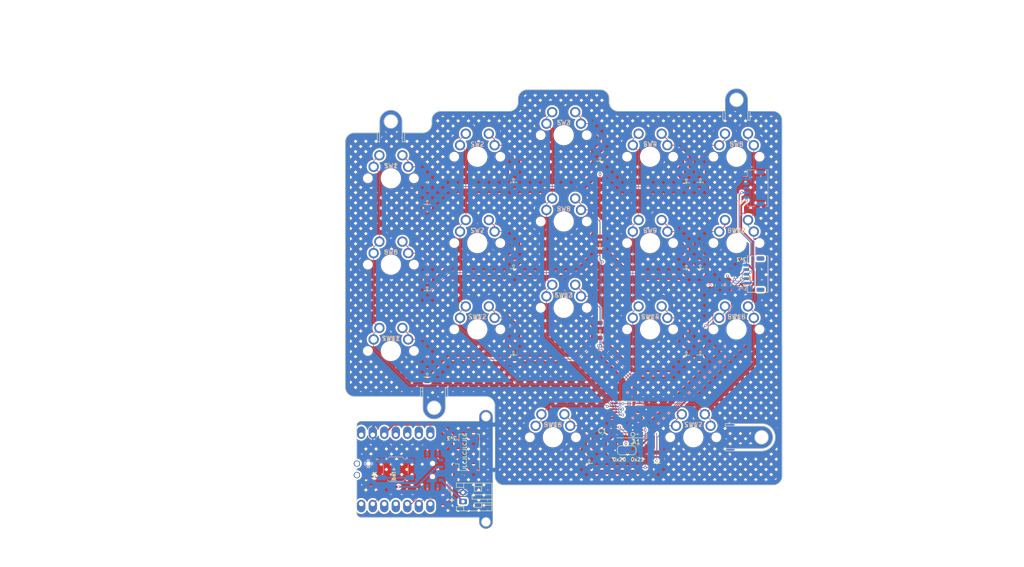
<source format=kicad_pcb>
(kicad_pcb (version 20221018) (generator pcbnew)
  (layers (0 "F.Cu" signal) (31 "B.Cu" signal) (34 "B.Paste" user) (35 "F.Paste" user) (36 "B.SilkS" user "B.Silkscreen") (37 "F.SilkS" user "F.Silkscreen") (38 "B.Mask" user) (39 "F.Mask" user) (44 "Edge.Cuts" user))
  (net 0 "")
  (net 1 "+3V3")
  (net 2 "SDA")
  (net 3 "SCL")
  (net 4 "ADDR0")
  (net 5 "BAT+")
  (net 6 "+5V")
  (net 8 "ROW1")
  (net 11 "Net-(D1-A)")
  (net 12 "Net-(D2-A)")
  (net 13 "Net-(D3-A)")
  (net 14 "RESET")
  (net 15 "MCU_BAT+")
  (net 16 "IO_INT")
  (net 17 "Net-(D4-A)")
  (net 18 "Net-(D5-A)")
  (net 22 "COL2")
  (net 26 "Net-(D6-A)")
  (net 27 "Net-(D7-A)")
  (net 28 "Net-(D8-A)")
  (net 29 "Net-(D9-A)")
  (net 30 "Net-(D10-A)")
  (net 31 "COL3")
  (net 32 "Net-(D11-A)")
  (net 33 "Net-(D12-A)")
  (net 34 "Net-(D13-A)")
  (net 35 "Net-(D14-A)")
  (net 36 "Net-(D15-A)")
  (net 37 "COL4")
  (net 38 "Net-(D16-A)")
  (net 39 "Net-(D17-A)")
  (net 40 "COL1")
  (net 41 "COL5")
  (net 42 "ROW2")
  (net 43 "ROW3")
  (net 44 "ROW4")
  (net 54 "GND")
  (footprint "Diode_SMD:D_SOD-123" (layer "F.Cu") (at 181.44 105.715 90)
    (fp_text reference "D14" hide)
    (fp_text value "1N4148W")
  )
  (footprint "Resistor_SMD:R_0805_2012Metric_Pad1.20x1.40mm_HandSolder" (layer "F.Cu") (at 188.545 90.947411 90)
    (fp_text reference "R2" hide)
    (fp_text value "4K7")
  )
  (footprint "keyswitches:SW_MX_reversible" (layer "F.Cu") (at 152.0088 124.5275)
    (fp_text reference "SW16")
    (fp_text value "SW_SPST")
  )
  (footprint "keyswitches:SW_MX_reversible" (layer "F.Cu") (at 192.49 100.715)
    (fp_text reference "SW15")
    (fp_text value "SW_SPST")
  )
  (footprint "keyswitches:SW_MX_reversible" (layer "F.Cu") (at 116.29 67.3775)
    (fp_text reference "SW1")
    (fp_text value "SW_SPST")
  )
  (footprint "Jumper:SolderJumper-3_P1.3mm_Open_RoundedPad1.0x1.5mm" (layer "F.Cu") (at 168.29 127.4025 180)
    (fp_text reference "JP1" hide)
    (fp_text value "Jumper_3_Open")
  )
  (footprint "Connector_JST:JST_SHL_SM05B-SHLS-TF_1x05-1MP_P1.00mm_Horizontal" (layer "F.Cu") (at 196.314269 88.519062 90)
    (fp_text reference "J2" hide)
    (fp_text value "Conn_01x05")
  )
  (footprint "keyswitches:SW_MX_reversible" (layer "F.Cu") (at 135.34 81.665)
    (fp_text reference "SW7")
    (fp_text value "SW_SPST")
  )
  (footprint "Package_SO:TSSOP-24_4.4x7.8mm_P0.65mm" (layer "F.Cu") (at 168.29 120.615 180)
    (fp_text reference "U1" hide)
    (fp_text value "TCA9555PWR")
  )
  (footprint "Resistor_SMD:R_0805_2012Metric_Pad1.20x1.40mm_HandSolder" (layer "F.Cu") (at 186.57 90.947411 90)
    (fp_text reference "R3" hide)
    (fp_text value "10K")
  )
  (footprint "Diode_SMD:D_SOD-123" (layer "F.Cu") (at 143.34 86.565 90)
    (fp_text reference "D7" hide)
    (fp_text value "1N4148W")
  )
  (footprint "keyswitches:SW_MX_reversible" (layer "F.Cu") (at 173.44 62.615)
    (fp_text reference "SW4")
    (fp_text value "SW_SPST")
  )
  (footprint "Connector_JST:JST_SHL_SM05B-SHLS-TF_1x05-1MP_P1.00mm_Horizontal" (layer "F.Cu") (at 132.7 127.845 90)
    (fp_text reference "J1" hide)
    (fp_text value "Conn_01x05")
  )
  (footprint "keyswitches:SW_MX_reversible" (layer "F.Cu") (at 135.34 100.715)
    (fp_text reference "SW12")
    (fp_text value "SW_SPST")
  )
  (footprint "Diode_SMD:D_SOD-123" (layer "F.Cu") (at 124.29 72.3775 90)
    (fp_text reference "D1" hide)
    (fp_text value "1N4148W")
  )
  (footprint "mcu:xiao-ble-tht-bodge" (layer "F.Cu") (at 117.367369 131.600635 90)
    (fp_text reference "U2" hide)
    (fp_text value "xiao-ble" hide)
  )
  (footprint "Diode_SMD:D_SOD-123" (layer "F.Cu") (at 124.29 110.4775 90)
    (fp_text reference "D11" hide)
    (fp_text value "1N4148W")
  )
  (footprint "Diode_SMD:D_SOD-123" (layer "F.Cu") (at 160.0088 129.5275 90)
    (fp_text reference "D16" hide)
    (fp_text value "1N4148W")
  )
  (footprint "Diode_SMD:D_SOD-123" (layer "F.Cu") (at 162.39 62.8525 90)
    (fp_text reference "D3" hide)
    (fp_text value "1N4148W")
  )
  (footprint "Diode_SMD:D_SOD-123" (layer "F.Cu") (at 184.49 105.615 90)
    (fp_text reference "D15" hide)
    (fp_text value "1N4148W")
  )
  (footprint "keyswitches:SW_MX_reversible" (layer "F.Cu") (at 154.39 76.9025)
    (fp_text reference "SW8")
    (fp_text value "SW_SPST")
  )
  (footprint "Diode_SMD:D_SOD-123" (layer "F.Cu") (at 124.29 91.4275 90)
    (fp_text reference "D6" hide)
    (fp_text value "1N4148W")
  )
  (footprint "Diode_SMD:D_SOD-123" (layer "F.Cu") (at 143.34 105.615 90)
    (fp_text reference "D12" hide)
    (fp_text value "1N4148W")
  )
  (footprint "Diode_SMD:D_SOD-123" (layer "F.Cu") (at 162.39 81.9025 90)
    (fp_text reference "D8" hide)
    (fp_text value "1N4148W")
  )
  (footprint "Capacitor_SMD:C_0402_1005Metric_Pad0.74x0.62mm_HandSolder" (layer "F.Cu") (at 162.89 124.3025)
    (fp_text reference "C1")
    (fp_text value "0.1u")
  )
  (footprint "Resistor_SMD:R_0805_2012Metric_Pad1.20x1.40mm_HandSolder" (layer "F.Cu") (at 190.52 90.947411 90)
    (fp_text reference "R1" hide)
    (fp_text value "4K7")
  )
  (footprint "Diode_SMD:D_SOD-123" (layer "F.Cu") (at 174.965 129.5275 90)
    (fp_text reference "D17" hide)
    (fp_text value "1N4148W")
  )
  (footprint "keyswitches:SW_MX_reversible" (layer "F.Cu") (at 154.39 57.8525)
    (fp_text reference "SW3")
    (fp_text value "SW_SPST")
  )
  (footprint "keyswitches:SW_MX_reversible" (layer "F.Cu") (at 116.29 105.4775)
    (fp_text reference "SW11")
    (fp_text value "SW_SPST")
  )
  (footprint "keyswitches:SW_MX_reversible" (layer "F.Cu") (at 116.29 86.4275)
    (fp_text reference "SW6")
    (fp_text value "SW_SPST")
  )
  (footprint "Diode_SMD:D_SOD-123" (layer "F.Cu") (at 184.49 86.565 90)
    (fp_text reference "D10" hide)
    (fp_text value "1N4148W")
  )
  (footprint "Diode_SMD:D_SOD-123" (layer "F.Cu") (at 162.39 100.9525 90)
    (fp_text reference "D13" hide)
    (fp_text value "1N4148W")
  )
  (footprint "Diode_SMD:D_SOD-123" (layer "F.Cu") (at 143.34 67.515 90)
    (fp_text reference "D2" hide)
    (fp_text value "1N4148W")
  )
  (footprint "keyswitches:SW_MX_reversible" (layer "F.Cu") (at 173.44 81.665)
    (fp_text reference "SW9")
    (fp_text value "SW_SPST")
  )
  (footprint "Diode_SMD:D_SOD-123" (layer "F.Cu") (at 184.49 67.515 90)
    (fp_text reference "D5" hide)
    (fp_text value "1N4148W")
  )
  (footprint "keyswitches:SW_MX_reversible" (layer "F.Cu") (at 173.44 100.715)
    (fp_text reference "SW14")
    (fp_text value "SW_SPST")
  )
  (footprint "Diode_SMD:D_SOD-123" (layer "F.Cu") (at 181.44 67.615 90)
    (fp_text reference "D4" hide)
    (fp_text value "1N4148W")
  )
  (footprint "Diode_SMD:D_SOD-123" (layer "F.Cu") (at 181.44 86.665 90)
    (fp_text reference "D9" hide)
    (fp_text value "1N4148W")
  )
  (footprint "Connector_JST:JST_PH_S2B-PH-K_1x02_P2.00mm_Horizontal" (layer "F.Cu") (at 132.19 138.705 90)
    (fp_text reference "J5" hide)
    (fp_text value "Conn_01x02")
  )
  (footprint "keyswitches:SW_MX_reversible" (layer "F.Cu") (at 182.965 124.5275)
    (fp_text reference "SW17")
    (fp_text value "SW_SPST")
  )
  (footprint "keyswitches:SW_MX_reversible" (layer "F.Cu") (at 135.34 62.615)
    (fp_text reference "SW2")
    (fp_text value "SW_SPST")
  )
  (footprint "keyswitches:SW_MX_reversible" (layer "F.Cu") (at 154.39 95.9525)
    (fp_text reference "SW13")
    (fp_text value "SW_SPST")
  )
  (footprint "keyswitches:SW_MX_reversible" (layer "F.Cu") (at 192.49 62.615)
    (fp_text reference "SW5")
    (fp_text value "SW_SPST")
  )
  (footprint "keyswitches:SW_MX_reversible" (layer "F.Cu") (at 192.49 81.665)
    (fp_text reference "SW10")
    (fp_text value "SW_SPST")
  )
  (footprint "Connector_JST:JST_SHL_SM05B-SHLS-TF_1x05-1MP_P1.00mm_Horizontal" (layer "B.Cu") (at 196.31 69.545 -90)
    (fp_text reference "J4" hide)
    (fp_text value "Conn_01x05")
  )
  (footprint "Button_Switch_SMD:SW_SPST_SKQG_WithStem" (layer "B.Cu") (at 117.367369 131.600635)
    (fp_text reference "SW18" hide)
    (fp_text value "SW_Push")
  )
  (footprint "Connector_JST:JST_SHL_SM05B-SHLS-TF_1x05-1MP_P1.00mm_Horizontal" (layer "B.Cu") (at 196.314695 88.51204 -90)
    (fp_text reference "J3" hide)
    (fp_text value "Conn_01x05")
  )
  (footprint "switch:switch-MSK-12C02-smd" (layer "B.Cu") (at 124.113797 131.751634)
    (fp_text reference "SW19")
    (fp_text value "SW_SPDT")
  )
  (gr_circle (center 169.642787 123.9) (end 170.042787 124.1) (stroke (width 0.15)) (fill none) (layer "F.SilkS"))
  (gr_arc (start 202.565 133.0775) (mid 201.979214 134.491714) (end 200.565 135.0775) (stroke (width 0.15)) (layer "Edge.Cuts"))
  (gr_line (start 113.290001 57.3275) (end 113.29 59.3275) (stroke (width 0.15)) (layer "Edge.Cuts"))
  (gr_line (start 138.747369 119.980635) (end 138.747369 121.220635) (stroke (width 0.1)) (layer "Edge.Cuts"))
  (gr_line (start 135.747369 142.220634) (end 135.747369 143.220635) (stroke (width 0.1)) (layer "Edge.Cuts"))
  (gr_line (start 138.747369 121.220635) (end 139.19625 121.220635) (stroke (width 0.1)) (layer "Edge.Cuts"))
  (gr_line (start 135.747369 120.980635) (end 135.747369 119.980635) (stroke (width 0.1)) (layer "Edge.Cuts"))
  (gr_line (start 122.815 113.5275) (end 123.315 113.5275) (stroke (width 0.15)) (layer "Edge.Cuts"))
  (gr_arc (start 198.015 121.5275) (mid 201.015 124.5275) (end 198.015 127.5275) (stroke (width 0.15)) (layer "Edge.Cuts"))
  (gr_line (start 119.29 59.3275) (end 118.789999 59.3275) (stroke (width 0.15)) (layer "Edge.Cuts"))
  (gr_arc (start 137.19625 115.5275) (mid 138.610464 116.113286) (end 139.19625 117.5275) (stroke (width 0.15)) (layer "Edge.Cuts"))
  (gr_arc (start 198.015 122.0275) (mid 200.515 124.5275) (end 198.015 127.0275) (stroke (width 0.15)) (layer "Edge.Cuts"))
  (gr_line (start 164.44 49.8025) (end 164.44 50.565) (stroke (width 0.15)) (layer "Edge.Cuts"))
  (gr_line (start 198.015 122.0275) (end 190.015 122.0275) (stroke (width 0.15)) (layer "Edge.Cuts"))
  (gr_line (start 108.24 115.5275) (end 122.815 115.5275) (stroke (width 0.15)) (layer "Edge.Cuts"))
  (gr_line (start 128.315 113.5275) (end 128.815 113.5275) (stroke (width 0.15)) (layer "Edge.Cuts"))
  (gr_line (start 195.49 52.565) (end 200.54 52.565) (stroke (width 0.15)) (layer "Edge.Cuts"))
  (gr_arc (start 162.44 47.8025) (mid 163.854214 48.388286) (end 164.44 49.8025) (stroke (width 0.15)) (layer "Edge.Cuts"))
  (gr_line (start 190.015 127.0275) (end 198.015 127.0275) (stroke (width 0.15)) (layer "Edge.Cuts"))
  (gr_line (start 118.789999 59.3275) (end 118.79 54.8275) (stroke (width 0.15)) (layer "Edge.Cuts"))
  (gr_line (start 189.490001 52.565) (end 189.49 54.565) (stroke (width 0.15)) (layer "Edge.Cuts"))
  (gr_line (start 113.79 54.8275) (end 113.79 59.327501) (stroke (width 0.15)) (layer "Edge.Cuts"))
  (gr_line (start 119.29 57.3275) (end 123.29 57.3275) (stroke (width 0.15)) (layer "Edge.Cuts"))
  (gr_line (start 128.315 118.0275) (end 128.315 113.5275) (stroke (width 0.15)) (layer "Edge.Cuts"))
  (gr_arc (start 108.747369 121.980635) (mid 109.040262 121.273528) (end 109.747369 120.980635) (stroke (width 0.1)) (layer "Edge.Cuts"))
  (gr_line (start 202.54 103.9775) (end 202.54 54.565) (stroke (width 0.15)) (layer "Edge.Cuts"))
  (gr_line (start 189.99 50.065) (end 189.99 54.565) (stroke (width 0.15)) (layer "Edge.Cuts"))
  (gr_line (start 202.54 103.9775) (end 202.565 103.9775) (stroke (width 0.15)) (layer "Edge.Cuts"))
  (gr_arc (start 189.99 50.065) (mid 192.49 47.565) (end 194.99 50.065) (stroke (width 0.15)) (layer "Edge.Cuts"))
  (gr_line (start 128.815 115.5275) (end 137.19625 115.5275) (stroke (width 0.15)) (layer "Edge.Cuts"))
  (gr_line (start 190.015 121.5275) (end 190.015 122.0275) (stroke (width 0.15)) (layer "Edge.Cuts"))
  (gr_line (start 198.015 121.5275) (end 190.015 121.5275) (stroke (width 0.15)) (layer "Edge.Cuts"))
  (gr_line (start 138.747369 143.220635) (end 138.747369 132.220635) (stroke (width 0.1)) (layer "Edge.Cuts"))
  (gr_arc (start 113.79 54.8275) (mid 116.29 52.3275) (end 118.79 54.8275) (stroke (width 0.15)) (layer "Edge.Cuts"))
  (gr_line (start 109.747369 142.220634) (end 135.747369 142.220634) (stroke (width 0.1)) (layer "Edge.Cuts"))
  (gr_line (start 189.99 54.565001) (end 189.49 54.565) (stroke (width 0.15)) (layer "Edge.Cuts"))
  (gr_arc (start 135.747369 119.980635) (mid 137.247369 118.480635) (end 138.747369 119.980635) (stroke (width 0.1)) (layer "Edge.Cuts"))
  (gr_line (start 202.565 133.0775) (end 202.565 103.9775) (stroke (width 0.15)) (layer "Edge.Cuts"))
  (gr_line (start 138.74625 132.220635) (end 139.19625 132.220635) (stroke (width 0.1)) (layer "Edge.Cuts"))
  (gr_circle (center 137.247369 143.220635) (end 138.247369 143.220635) (stroke (width 0.1)) (fill none) (layer "Edge.Cuts"))
  (gr_line (start 127.29 52.565) (end 142.34 52.565) (stroke (width 0.15)) (layer "Edge.Cuts"))
  (gr_arc (start 128.315 118.0275) (mid 125.815 120.5275) (end 123.315 118.0275) (stroke (width 0.15)) (layer "Edge.Cuts"))
  (gr_arc (start 109.747369 142.220634) (mid 109.040262 141.927741) (end 108.747369 141.220634) (stroke (width 0.1)) (layer "Edge.Cuts"))
  (gr_line (start 113.79 59.327501) (end 113.29 59.3275) (stroke (width 0.15)) (layer "Edge.Cuts"))
  (gr_circle (center 125.815 118.0275) (end 127.315 118.0275) (stroke (width 0.15)) (fill none) (layer "Edge.Cuts"))
  (gr_circle (center 116.29 54.8275) (end 114.79 54.8275) (stroke (width 0.15)) (fill none) (layer "Edge.Cuts"))
  (gr_line (start 190.015 127.5275) (end 198.015 127.5275) (stroke (width 0.15)) (layer "Edge.Cuts"))
  (gr_line (start 166.44 52.565) (end 189.490001 52.565) (stroke (width 0.15)) (layer "Edge.Cuts"))
  (gr_arc (start 125.29 54.565) (mid 125.875786 53.150786) (end 127.29 52.565) (stroke (width 0.15)) (layer "Edge.Cuts"))
  (gr_line (start 125.29 55.3275) (end 125.29 54.565) (stroke (width 0.15)) (layer "Edge.Cuts"))
  (gr_line (start 194.989999 54.565) (end 194.99 50.065) (stroke (width 0.15)) (layer "Edge.Cuts"))
  (gr_rect (start 138.747369 122.220635) (end 139.247369 131.220635) (stroke (width 0.1)) (fill none) (layer "Edge.Cuts"))
  (gr_arc (start 141.19625 135.0775) (mid 139.782036 134.491714) (end 139.19625 133.0775) (stroke (width 0.15)) (layer "Edge.Cuts"))
  (gr_line (start 108.24 57.3275) (end 113.29 57.3275) (stroke (width 0.15)) (layer "Edge.Cuts"))
  (gr_arc (start 166.44 52.565) (mid 165.025786 51.979214) (end 164.44 50.565) (stroke (width 0.15)) (layer "Edge.Cuts"))
  (gr_line (start 109.747369 120.980635) (end 135.747369 120.980635) (stroke (width 0.1)) (layer "Edge.Cuts"))
  (gr_line (start 146.34 47.8025) (end 162.44 47.8025) (stroke (width 0.15)) (layer "Edge.Cuts"))
  (gr_line (start 139.19625 133.0775) (end 139.19625 132.220635) (stroke (width 0.15)) (layer "Edge.Cuts"))
  (gr_line (start 195.49 54.565) (end 194.989999 54.565) (stroke (width 0.15)) (layer "Edge.Cuts"))
  (gr_line (start 119.29 57.3275) (end 119.29 59.3275) (stroke (width 0.15)) (layer "Edge.Cuts"))
  (gr_line (start 108.747369 141.220634) (end 108.747369 121.980635) (stroke (width 0.1)) (layer "Edge.Cuts"))
  (gr_line (start 141.19625 135.0775) (end 200.565 135.0775) (stroke (width 0.15)) (layer "Edge.Cuts"))
  (gr_line (start 128.815 115.5275) (end 128.815 113.5275) (stroke (width 0.15)) (layer "Edge.Cuts"))
  (gr_circle (center 192.49 50.065) (end 190.99 50.065) (stroke (width 0.15)) (fill none) (layer "Edge.Cuts"))
  (gr_line (start 122.815 115.5275) (end 122.815 113.5275) (stroke (width 0.15)) (layer "Edge.Cuts"))
  (gr_arc (start 106.24 59.3275) (mid 106.825786 57.913286) (end 108.24 57.3275) (stroke (width 0.15)) (layer "Edge.Cuts"))
  (gr_circle (center 137.247369 119.980635) (end 138.247369 119.980635) (stroke (width 0.1)) (fill none) (layer "Edge.Cuts"))
  (gr_line (start 190.015 127.0275) (end 190.015 127.5275) (stroke (width 0.15)) (layer "Edge.Cuts"))
  (gr_line (start 123.315 113.5275) (end 123.315 118.0275) (stroke (width 0.15)) (layer "Edge.Cuts"))
  (gr_arc (start 138.747369 143.220635) (mid 137.247369 144.720635) (end 135.747369 143.220635) (stroke (width 0.1)) (layer "Edge.Cuts"))
  (gr_line (start 144.34 50.565) (end 144.34 49.8025) (stroke (width 0.15)) (layer "Edge.Cuts"))
  (gr_line (start 195.49 52.565) (end 195.49 54.565) (stroke (width 0.15)) (layer "Edge.Cuts"))
  (gr_arc (start 125.29 55.3275) (mid 124.704214 56.741714) (end 123.29 57.3275) (stroke (width 0.15)) (layer "Edge.Cuts"))
  (gr_arc (start 200.54 52.565) (mid 201.954214 53.150786) (end 202.54 54.565) (stroke (width 0.15)) (layer "Edge.Cuts"))
  (gr_arc (start 144.34 49.8025) (mid 144.925786 48.388286) (end 146.34 47.8025) (stroke (width 0.15)) (layer "Edge.Cuts"))
  (gr_circle (center 198.015 124.5275) (end 199.515 124.5275) (stroke (width 0.15)) (fill none) (layer "Edge.Cuts"))
  (gr_arc (start 144.34 50.565) (mid 143.754214 51.979214) (end 142.34 52.565) (stroke (width 0.15)) (layer "Edge.Cuts"))
  (gr_line (start 139.19625 121.220635) (end 139.19625 117.5275) (stroke (width 0.1)) (layer "Edge.Cuts"))
  (gr_arc (start 108.24 115.5275) (mid 106.825786 114.941714) (end 106.24 113.5275) (stroke (width 0.15)) (layer "Edge.Cuts"))
  (gr_line (start 106.24 113.5275) (end 106.24 59.3275) (stroke (width 0.15)) (layer "Edge.Cuts"))
  (gr_text "3v3" (at 192.49 72.255 180) (layer "B.SilkS") (effects (font (size 0.8 0.8)) (justify left bottom mirror)))
  (gr_text "3v3" (at 192.56 91.155 180) (layer "B.SilkS") (effects (font (size 0.8 0.8)) (justify left bottom mirror)))
  (gr_text "+" (at 129.21 139.165 -90) (layer "F.SilkS") (effects (font (size 1 1) (thickness 0.25) bold) (justify left bottom mirror)))
  (gr_text "3v3" (at 194.76323 84.801612 -180) (layer "F.SilkS") (effects (font (size 0.8 0.8)) (justify left bottom)))
  (gr_text "JLCJLCJLCJLC" (at 133.04 131.855 90) (layer "F.SilkS") (effects (font (size 0.8 0.8)) (justify left bottom)))
  (gr_text "-" (at 129.19 137.815 -90) (layer "F.SilkS") (effects (font (size 1 1) (thickness 0.25) bold) (justify left bottom mirror)))
  (gr_text "0x20" (at 165.09 129.9025) (layer "F.SilkS") (effects (font (size 0.8 0.8)) (justify left bottom)))
  (gr_text "0x21" (at 169.09 129.9025) (layer "F.SilkS") (effects (font (size 0.8 0.8)) (justify left bottom)))
  (gr_text "A1" (at 169.39 126.1025) (layer "F.SilkS") (effects (font (size 1 1)) (justify left bottom)))
  (gr_text "3v3" (at 130.86 124.245 -180) (layer "F.SilkS") (effects (font (size 0.8 0.8)) (justify left bottom)))
  (via (at 174.89 129.7025) (size 0.6) (drill 0.35) (layers "F.Cu" "B.Cu") (net 0))
  (segment (start 174.89 123.6025) (end 174.89 129.7025) (width 0.15) (layer "B.Cu") (net 0))
  (segment (start 195.87 87.235) (end 195.154062 86.519062) (width 0.4) (layer "F.Cu") (net 1))
  (segment (start 116.849602 121.780635) (end 126.960635 121.780635) (width 0.4) (layer "F.Cu") (net 1))
  (segment (start 194.9339 102.827179) (end 194.9339 98.920321) (width 0.4) (layer "F.Cu") (net 1))
  (segment (start 169.59 128.0525) (end 169.59 127.4025) (width 0.4) (layer "F.Cu") (net 1))
  (segment (start 193.537 73.358) (end 194.69 72.205) (width 0.4) (layer "F.Cu") (net 1))
  (segment (start 193 94.025) (end 196.181286 90.843714) (width 0.4) (layer "F.Cu") (net 1))
  (segment (start 126.960635 121.780635) (end 131.025 125.845) (width 0.4) (layer "F.Cu") (net 1))
  (segment (start 196.064501 81.359745) (end 193.537 78.832245) (width 0.4) (layer "F.Cu") (net 1))
  (segment (start 114.827369 123.802868) (end 116.849602 121.780635) (width 0.4) (layer "F.Cu") (net 1))
  (segment (start 165.315 124.3025) (end 165.4275 124.19) (width 0.15) (layer "F.Cu") (net 1))
  (segment (start 194.9339 98.920321) (end 193 96.986421) (width 0.4) (layer "F.Cu") (net 1))
  (segment (start 186.57 89.947411) (end 190.52 89.947411) (width 0.15) (layer "F.Cu") (net 1))
  (segment (start 190.49 89.917411) (end 190.52 89.947411) (width 0.15) (layer "F.Cu") (net 1))
  (segment (start 196.04 87.405) (end 196.064501 87.380499) (width 0.4) (layer "F.Cu") (net 1))
  (segment (start 193.537 78.832245) (end 193.537 73.358) (width 0.4) (layer "F.Cu") (net 1))
  (segment (start 165.4275 124.19) (end 164.59 125.0275) (width 0.4) (layer "F.Cu") (net 1))
  (segment (start 168.74 128.9025) (end 169.59 128.0525) (width 0.4) (layer "F.Cu") (net 1))
  (segment (start 165.59 128.9025) (end 168.74 128.9025) (width 0.4) (layer "F.Cu") (net 1))
  (segment (start 196.064501 87.380499) (end 196.064501 81.359745) (width 0.4) (layer "F.Cu") (net 1))
  (segment (start 196.181286 87.546286) (end 196.04 87.405) (width 0.4) (layer "F.Cu") (net 1))
  (segment (start 196.04 87.405) (end 195.87 87.235) (width 0.4) (layer "F.Cu") (net 1))
  (segment (start 164.59 125.0275) (end 164.59 127.9025) (width 0.4) (layer "F.Cu") (net 1))
  (segment (start 193 96.986421) (end 193 94.025) (width 0.4) (layer "F.Cu") (net 1))
  (segment (start 195.154062 86.519062) (end 194.639269 86.519062) (width 0.4) (layer "F.Cu") (net 1))
  (segment (start 190.49 88.925) (end 190.49 89.917411) (width 0.15) (layer "F.Cu") (net 1))
  (segment (start 163.4575 124.3025) (end 165.315 124.3025) (width 0.15) (layer "F.Cu") (net 1))
  (segment (start 170.558579 127.2025) (end 194.9339 102.827179) (width 0.4) (layer "F.Cu") (net 1))
  (segment (start 169.99 127.2025) (end 170.558579 127.2025) (width 0.4) (layer "F.Cu") (net 1))
  (segment (start 114.827369 123.980635) (end 114.827369 123.802868) (width 0.4) (layer "F.Cu") (net 1))
  (segment (start 196.181286 90.843714) (end 196.181286 87.546286) (width 0.4) (layer "F.Cu") (net 1))
  (segment (start 164.59 127.9025) (end 165.59 128.9025) (width 0.4) (layer "F.Cu") (net 1))
  (via (at 194.69 72.205) (size 0.6) (drill 0.35) (layers "F.Cu" "B.Cu") (net 1))
  (via (at 190.49 88.925) (size 0.6) (drill 0.35) (layers "F.Cu" "B.Cu") (net 1))
  (via (at 196.0155 90.155) (size 0.6) (drill 0.35) (layers "F.Cu" "B.Cu") (net 1))
  (segment (start 192.07704 90.51204) (end 190.49 88.925) (width 0.15) (layer "B.Cu") (net 1))
  (segment (start 194.69 72.205) (end 194.69 71.6) (width 0.4) (layer "B.Cu") (net 1))
  (segment (start 194.639695 90.51204) (end 195.65846 90.51204) (width 0.4) (layer "B.Cu") (net 1))
  (segment (start 194.639695 90.51204) (end 192.07704 90.51204) (width 0.15) (layer "B.Cu") (net 1))
  (segment (start 195.65846 90.51204) (end 196.0155 90.155) (width 0.4) (layer "B.Cu") (net 1))
  (segment (start 194.69 71.6) (end 194.635 71.545) (width 0.4) (layer "B.Cu") (net 1))
  (segment (start 190.1711 106.989643) (end 190.1711 97.348545) (width 0.15) (layer "F.Cu") (net 2))
  (segment (start 190.52 91.947411) (end 194.407589 91.947411) (width 0.15) (layer "F.Cu") (net 2))
  (segment (start 130.86967 127.845) (end 131.025 127.845) (width 0.15) (layer "F.Cu") (net 2))
  (segment (start 195.111996 88.519062) (end 195.531786 88.099272) (width 0.15) (layer "F.Cu") (net 2))
  (segment (start 194.639269 88.519062) (end 195.111996 88.519062) (width 0.15) (layer "F.Cu") (net 2))
  (segment (start 194.864062 88.519062) (end 194.639269 88.519062) (width 0.15) (layer "F.Cu") (net 2))
  (segment (start 129.180499 129.534171) (end 130.86967 127.845) (width 0.15) (layer "F.Cu") (net 2))
  (segment (start 128.516941 137.794501) (end 129.180499 137.130943) (width 0.15) (layer "F.Cu") (net 2))
  (segment (start 191.318 92.745411) (end 190.52 91.947411) (width 0.15) (layer "F.Cu") (net 2))
  (segment (start 195.489269 90.865731) (end 195.489269 89.144269) (width 0.15) (layer "F.Cu") (net 2))
  (segment (start 190.1711 97.348545) (end 191.318 96.201645) (width 0.15) (layer "F.Cu") (net 2))
  (segment (start 119.907369 139.220635) (end 120.856379 139.220635) (width 0.15) (layer "F.Cu") (net 2))
  (segment (start 195.489269 89.144269) (end 194.864062 88.519062) (width 0.15) (layer "F.Cu") (net 2))
  (segment (start 122.274057 137.794501) (end 128.516941 137.794501) (width 0.15) (layer "F.Cu") (net 2))
  (segment (start 119.907369 139.220635) (end 120.847923 139.220635) (width 0.15) (layer "F.Cu") (net 2))
  (segment (start 129.180499 137.130943) (end 129.180499 129.534171) (width 0.15) (layer "F.Cu") (net 2))
  (segment (start 172.158243 125.0025) (end 190.1711 106.989643) (width 0.15) (layer "F.Cu") (net 2))
  (segment (start 194.407589 91.947411) (end 195.489269 90.865731) (width 0.15) (layer "F.Cu") (net 2))
  (segment (start 191.318 96.201645) (end 191.318 92.745411) (width 0.15) (layer "F.Cu") (net 2))
  (segment (start 168.494323 123.54) (end 169.956823 125.0025) (width 0.15) (layer "F.Cu") (net 2))
  (segment (start 165.4275 123.54) (end 168.494323 123.54) (width 0.15) (layer "F.Cu") (net 2))
  (segment (start 169.956823 125.0025) (end 172.158243 125.0025) (width 0.15) (layer "F.Cu") (net 2))
  (segment (start 120.847923 139.220635) (end 122.274057 137.794501) (width 0.15) (layer "F.Cu") (net 2))
  (via (at 195.531786 88.099272) (size 0.6) (drill 0.35) (layers "F.Cu" "B.Cu") (net 2))
  (segment (start 195.111996 88.519062) (end 194.864062 88.519062) (width 0.15) (layer "B.Cu") (net 2))
  (segment (start 194.635 69.545) (end 194.79033 69.545) (width 0.15) (layer "B.Cu") (net 2))
  (segment (start 195.52 70.27467) (end 195.52 73.545) (width 0.15) (layer "B.Cu") (net 2))
  (segment (start 196.069501 87.561557) (end 195.111996 88.519062) (width 0.15) (layer "B.Cu") (net 2))
  (segment (start 196.069501 81.541523) (end 196.069501 87.561557) (width 0.15) (layer "B.Cu") (net 2))
  (segment (start 193.35 75.715) (end 193.35 78.822022) (width 0.15) (layer "B.Cu") (net 2))
  (segment (start 195.52 73.545) (end 193.35 75.715) (width 0.15) (layer "B.Cu") (net 2))
  (segment (start 193.35 78.822022) (end 196.069501 81.541523) (width 0.15) (layer "B.Cu") (net 2))
  (segment (start 194.79033 69.545) (end 195.52 70.27467) (width 0.15) (layer "B.Cu") (net 2))
  (segment (start 129.48 130.23467) (end 130.86967 128.845) (width 0.15) (layer "F.Cu") (net 3))
  (segment (start 189.783815 106.953371) (end 189.783815 101.438815) (width 0.15) (layer "F.Cu") (net 3))
  (segment (start 123.574002 138.094002) (end 128.640998 138.094002) (width 0.15) (layer "F.Cu") (net 3))
  (segment (start 128.640998 138.094002) (end 129.48 137.255) (width 0.15) (layer "F.Cu") (net 3))
  (segment (start 189.37 91.122411) (end 192.122589 91.122411) (width 0.15) (layer "F.Cu") (net 3))
  (segment (start 129.48 137.255) (end 129.48 130.23467) (width 0.15) (layer "F.Cu") (net 3))
  (segment (start 172.034187 124.702999) (end 189.783815 106.953371) (width 0.15) (layer "F.Cu") (net 3))
  (segment (start 165.4275 122.89) (end 168.267881 122.89) (width 0.15) (layer "F.Cu") (net 3))
  (segment (start 193.725938 89.519062) (end 194.639269 89.519062) (width 0.15) (layer "F.Cu") (net 3))
  (segment (start 188.545 91.947411) (end 189.37 91.122411) (width 0.15) (layer "F.Cu") (net 3))
  (segment (start 170.08088 124.702999) (end 172.034187 124.702999) (width 0.15) (layer "F.Cu") (net 3))
  (segment (start 189.783815 101.438815) (end 187.312 98.967) (width 0.15) (layer "F.Cu") (net 3))
  (segment (start 192.122589 91.122411) (end 193.725938 89.519062) (width 0.15) (layer "F.Cu") (net 3))
  (segment (start 168.267881 122.89) (end 170.08088 124.702999) (width 0.15) (layer "F.Cu") (net 3))
  (segment (start 187.312 98.967) (end 187.312 93.180411) (width 0.15) (layer "F.Cu") (net 3))
  (segment (start 187.312 93.180411) (end 188.545 91.947411) (width 0.15) (layer "F.Cu") (net 3))
  (segment (start 122.447369 139.220635) (end 123.574002 138.094002) (width 0.15) (layer "F.Cu") (net 3))
  (segment (start 130.86967 128.845) (end 131.025 128.845) (width 0.15) (layer "F.Cu") (net 3))
  (via (at 193.525379 89.527491) (size 0.6) (drill 0.35) (layers "F.Cu" "B.Cu") (net 3))
  (segment (start 193.7545 88.241905) (end 193.7545 89.29837) (width 0.15) (layer "B.Cu") (net 3))
  (segment (start 195.77 81.66558) (end 193.050499 78.946079) (width 0.15) (layer "B.Cu") (net 3))
  (segment (start 194.639695 87.51204) (end 194.484365 87.51204) (width 0.15) (layer "B.Cu") (net 3))
  (segment (start 193.050499 78.946079) (end 193.050499 69.584501) (width 0.15) (layer "B.Cu") (net 3))
  (segment (start 193.7545 89.29837) (end 193.525379 89.527491) (width 0.15) (layer "B.Cu") (net 3))
  (segment (start 193.050499 69.584501) (end 194.09 68.545) (width 0.15) (layer "B.Cu") (net 3))
  (segment (start 194.795025 87.51204) (end 195.77 86.537065) (width 0.15) (layer "B.Cu") (net 3))
  (segment (start 194.639695 87.51204) (end 194.795025 87.51204) (width 0.15) (layer "B.Cu") (net 3))
  (segment (start 195.77 86.537065) (end 195.77 81.66558) (width 0.15) (layer "B.Cu") (net 3))
  (segment (start 194.484365 87.51204) (end 193.7545 88.241905) (width 0.15) (layer "B.Cu") (net 3))
  (segment (start 194.09 68.545) (end 194.635 68.545) (width 0.15) (layer "B.Cu") (net 3))
  (segment (start 165.49 122.3025) (end 165.4275 122.24) (width 0.15) (layer "F.Cu") (net 4))
  (segment (start 168.09 126.9025) (end 168.09 125.9025) (width 0.15) (layer "F.Cu") (net 4))
  (segment (start 166.69 122.3025) (end 165.49 122.3025) (width 0.15) (layer "F.Cu") (net 4))
  (via (at 168.09 125.9025) (size 0.6) (drill 0.35) (layers "F.Cu" "B.Cu") (net 4))
  (via (at 166.69 122.3025) (size 0.6) (drill 0.35) (layers "F.Cu" "B.Cu") (net 4))
  (segment (start 168.09 123.7025) (end 168.09 125.9025) (width 0.15) (layer "B.Cu") (net 4))
  (segment (start 166.69 122.3025) (end 168.09 123.7025) (width 0.15) (layer "B.Cu") (net 4))
  (segment (start 127.436634 133.951634) (end 132.19 138.705) (width 0.4) (layer "B.Cu") (net 5))
  (segment (start 127.313797 133.951634) (end 127.436634 133.951634) (width 0.4) (layer "B.Cu") (net 5))
  (segment (start 168.490998 119.899881) (end 168.490998 111.570461) (width 0.15) (layer "F.Cu") (net 8))
  (segment (start 124.29 74.0275) (end 129.1525 69.165) (width 0.15) (layer "F.Cu") (net 8))
  (segment (start 157.7275 69.165) (end 162.39 64.5025) (width 0.15) (layer "F.Cu") (net 8))
  (segment (start 162.39 64.5025) (end 162.39 66.5025) (width 0.15) (layer "F.Cu") (net 8))
  (segment (start 167.1525 69.265) (end 181.44 69.265) (width 0.15) (layer "F.Cu") (net 8))
  (segment (start 184.39 69.265) (end 181.44 69.265) (width 0.15) (layer "F.Cu") (net 8))
  (segment (start 162.39 64.5025) (end 167.1525 69.265) (width 0.15) (layer "F.Cu") (net 8))
  (segment (start 162.038328 105.117791) (end 162.038328 104.342584) (width 0.15) (layer "F.Cu") (net 8))
  (segment (start 129.1525 69.165) (end 143.34 69.165) (width 0.15) (layer "F.Cu") (net 8))
  (segment (start 184.49 69.165) (end 184.39 69.265) (width 0.15) (layer "F.Cu") (net 8))
  (segment (start 170.19 121.598883) (end 168.490998 119.899881) (width 0.15) (layer "F.Cu") (net 8))
  (segment (start 170.605381 122.24) (end 170.19 121.824619) (width 0.15) (layer "F.Cu") (net 8))
  (segment (start 170.19 121.824619) (end 170.19 121.598883) (width 0.15) (layer "F.Cu") (net 8))
  (segment (start 143.34 69.165) (end 157.7275 69.165) (width 0.15) (layer "F.Cu") (net 8))
  (segment (start 168.490998 111.570461) (end 162.038328 105.117791) (width 0.15) (layer "F.Cu") (net 8))
  (segment (start 171.1525 122.24) (end 170.605381 122.24) (width 0.15) (layer "F.Cu") (net 8))
  (via (at 162.39 66.5025) (size 0.6) (drill 0.35) (layers "F.Cu" "B.Cu") (net 8))
  (via (at 162.038328 104.342584) (size 0.6) (drill 0.35) (layers "F.Cu" "B.Cu") (net 8))
  (segment (start 162.39 66.5025) (end 162.39 103.990912) (width 0.15) (layer "B.Cu") (net 8))
  (segment (start 162.39 103.990912) (end 162.038328 104.342584) (width 0.15) (layer "B.Cu") (net 8))
  (segment (start 120.1 63.5675) (end 120.1 64.8375) (width 0.15) (layer "F.Cu") (net 11))
  (segment (start 120.1 64.8375) (end 121.716446 64.8375) (width 0.15) (layer "F.Cu") (net 11))
  (segment (start 118.83 62.2975) (end 120.1 63.5675) (width 0.15) (layer "F.Cu") (net 11))
  (segment (start 121.716446 64.8375) (end 124.29 67.411054) (width 0.15) (layer "F.Cu") (net 11))
  (segment (start 124.29 67.411054) (end 124.29 70.7275) (width 0.15) (layer "F.Cu") (net 11))
  (segment (start 137.88 57.535) (end 139.15 58.805) (width 0.15) (layer "F.Cu") (net 12))
  (segment (start 143.34 62.648554) (end 143.34 65.965) (width 0.15) (layer "F.Cu") (net 12))
  (segment (start 139.15 58.805) (end 139.15 60.075) (width 0.15) (layer "F.Cu") (net 12))
  (segment (start 140.766446 60.075) (end 143.34 62.648554) (width 0.15) (layer "F.Cu") (net 12))
  (segment (start 139.15 60.075) (end 140.766446 60.075) (width 0.15) (layer "F.Cu") (net 12))
  (segment (start 162.39 57.886054) (end 162.39 61.2025) (width 0.15) (layer "F.Cu") (net 13))
  (segment (start 158.2 54.0425) (end 158.2 55.3125) (width 0.15) (layer "F.Cu") (net 13))
  (segment (start 156.93 52.7725) (end 158.2 54.0425) (width 0.15) (layer "F.Cu") (net 13))
  (segment (start 158.2 55.3125) (end 159.816446 55.3125) (width 0.15) (layer "F.Cu") (net 13))
  (segment (start 159.816446 55.3125) (end 162.39 57.886054) (width 0.15) (layer "F.Cu") (net 13))
  (segment (start 112.69 133.2025) (end 111.667234 133.2025) (width 0.4) (layer "F.Cu") (net 14))
  (segment (start 111.667234 133.2025) (end 111.335369 132.870635) (width 0.4) (layer "F.Cu") (net 14))
  (via (at 112.69 133.2025) (size 0.6) (drill 0.35) (layers "F.Cu" "B.Cu") (net 14))
  (segment (start 114.267369 133.450635) (end 120.467369 133.450635) (width 0.4) (layer "B.Cu") (net 14))
  (segment (start 112.938135 133.450635) (end 112.69 133.2025) (width 0.4) (layer "B.Cu") (net 14))
  (segment (start 114.267369 133.450635) (end 112.938135 133.450635) (width 0.4) (layer "B.Cu") (net 14))
  (segment (start 116.981734 135.465) (end 116.867369 135.350635) (width 0.4) (layer "F.Cu") (net 15))
  (segment (start 117.96 135.465) (end 116.981734 135.465) (width 0.4) (layer "F.Cu") (net 15))
  (via (at 117.96 135.465) (size 0.6) (drill 0.35) (layers "F.Cu" "B.Cu") (net 15))
  (segment (start 127.313797 131.051634) (end 126.413797 131.051634) (width 0.4) (layer "B.Cu") (net 15))
  (segment (start 126.413797 131.051634) (end 122.000431 135.465) (width 0.4) (layer "B.Cu") (net 15))
  (segment (start 122.000431 135.465) (end 117.96 135.465) (width 0.4) (layer "B.Cu") (net 15))
  (segment (start 195.64 81.53558) (end 195.64 84.235) (width 0.15) (layer "F.Cu") (net 16))
  (segment (start 186.245 92.272411) (end 186.57 91.947411) (width 0.15) (layer "F.Cu") (net 16))
  (segment (start 114.013004 137.495) (end 128.392884 137.495) (width 0.15) (layer "F.Cu") (net 16))
  (segment (start 128.392884 137.495) (end 128.880998 137.006886) (width 0.15) (layer "F.Cu") (net 16))
  (segment (start 193.11 71.075) (end 193.11 79.00558) (width 0.15) (layer "F.Cu") (net 16))
  (segment (start 186.245 101.197559) (end 186.245 92.272411) (width 0.15) (layer "F.Cu") (net 16))
  (segment (start 130.86967 126.845) (end 131.025 126.845) (width 0.15) (layer "F.Cu") (net 16))
  (segment (start 112.287369 139.220635) (end 114.013004 137.495) (width 0.15) (layer "F.Cu") (net 16))
  (segment (start 189.484314 104.436873) (end 186.245 101.197559) (width 0.15) (layer "F.Cu") (net 16))
  (segment (start 194.425938 87.519062) (end 194.639269 87.519062) (width 0.15) (layer "F.Cu") (net 16))
  (segment (start 191.996385 87.878615) (end 191.996385 89.689629) (width 0.15) (layer "F.Cu") (net 16))
  (segment (start 186.57 91.947411) (end 187.695 90.822411) (width 0.15) (layer "F.Cu") (net 16))
  (segment (start 193.65 70.535) (end 193.11 71.075) (width 0.15) (layer "F.Cu") (net 16))
  (segment (start 189.484314 106.829314) (end 189.484314 104.436873) (width 0.15) (layer "F.Cu") (net 16))
  (segment (start 191.122589 90.822411) (end 194.425938 87.519062) (width 0.15) (layer "F.Cu") (net 16))
  (segment (start 172.123628 124.19) (end 189.484314 106.829314) (width 0.15) (layer "F.Cu") (net 16))
  (segment (start 171.1525 124.19) (end 172.123628 124.19) (width 0.15) (layer "F.Cu") (net 16))
  (segment (start 193.11 79.00558) (end 195.64 81.53558) (width 0.15) (layer "F.Cu") (net 16))
  (segment (start 187.695 90.822411) (end 191.122589 90.822411) (width 0.15) (layer "F.Cu") (net 16))
  (segment (start 128.880998 128.833672) (end 130.86967 126.845) (width 0.15) (layer "F.Cu") (net 16))
  (segment (start 186.67 90.996911) (end 186.67 91.847411) (width 0.15) (layer "F.Cu") (net 16))
  (segment (start 195.64 84.235) (end 191.996385 87.878615) (width 0.15) (layer "F.Cu") (net 16))
  (segment (start 186.67 91.847411) (end 186.57 91.947411) (width 0.15) (layer "F.Cu") (net 16))
  (segment (start 128.880998 137.006886) (end 128.880998 128.833672) (width 0.15) (layer "F.Cu") (net 16))
  (via (at 193.65 70.535) (size 0.6) (drill 0.35) (layers "F.Cu" "B.Cu") (net 16))
  (via (at 186.67 90.996911) (size 0.6) (drill 0.35) (layers "F.Cu" "B.Cu") (net 16))
  (via (at 191.996385 89.689629) (size 0.6) (drill 0.35) (layers "F.Cu" "B.Cu") (net 16))
  (segment (start 192.387255 90.080499) (end 191.996385 89.689629) (width 0.15) (layer "B.Cu") (net 16))
  (segment (start 194.639695 89.51204) (end 194.482625 89.51204) (width 0.15) (layer "B.Cu") (net 16))
  (segment (start 193.65 70.535) (end 194.625 70.535) (width 0.15) (layer "B.Cu") (net 16))
  (segment (start 194.625 70.535) (end 194.635 70.545) (width 0.15) (layer "B.Cu") (net 16))
  (segment (start 193.914166 90.080499) (end 192.387255 90.080499) (width 0.15) (layer "B.Cu") (net 16))
  (segment (start 194.482625 89.51204) (end 193.914166 90.080499) (width 0.15) (layer "B.Cu") (net 16))
  (segment (start 177.25 60.075) (end 178.866446 60.075) (width 0.15) (layer "F.Cu") (net 17))
  (segment (start 175.98 57.535) (end 177.25 58.805) (width 0.15) (layer "F.Cu") (net 17))
  (segment (start 181.44 62.648554) (end 181.44 65.965) (width 0.15) (layer "F.Cu") (net 17))
  (segment (start 178.866446 60.075) (end 181.44 62.648554) (width 0.15) (layer "F.Cu") (net 17))
  (segment (start 177.25 58.805) (end 177.25 60.075) (width 0.15) (layer "F.Cu") (net 17))
  (segment (start 187.063554 60.075) (end 184.49 62.648554) (width 0.15) (layer "F.Cu") (net 18))
  (segment (start 187.063554 60.075) (end 188.68 60.075) (width 0.15) (layer "F.Cu") (net 18))
  (segment (start 188.68 60.075) (end 189.95 58.805) (width 0.15) (layer "F.Cu") (net 18))
  (segment (start 189.95 58.805) (end 189.95 57.535) (width 0.15) (layer "F.Cu") (net 18))
  (segment (start 184.49 62.648554) (end 184.49 65.865) (width 0.15) (layer "F.Cu") (net 18))
  (segment (start 165.4275 118.99) (end 166.8025 118.99) (width 0.15) (layer "F.Cu") (net 22))
  (segment (start 166.8025 118.99) (end 166.910878 118.881622) (width 0.15) (layer "F.Cu") (net 22))
  (via (at 166.910878 118.881622) (size 0.6) (drill 0.35) (layers "F.Cu" "B.Cu") (net 22))
  (segment (start 132.8 57.535) (end 131.53 58.805) (width 0.15) (layer "B.Cu") (net 22))
  (segment (start 131.53 94.365) (end 132.8 95.635) (width 0.15) (layer "B.Cu") (net 22))
  (segment (start 132.8 61.345) (end 132.8 76.585) (width 0.15) (layer "B.Cu") (net 22))
  (segment (start 131.53 77.855) (end 131.53 79.125) (width 0.15) (layer "B.Cu") (net 22))
  (segment (start 131.53 96.905) (end 131.53 98.175) (width 0.15) (layer "B.Cu") (net 22))
  (segment (start 166.710878 118.881622) (end 166.910878 118.881622) (width 0.15) (layer "B.Cu") (net 22))
  (segment (start 131.53 100.18442) (end 143.948579 112.602999) (width 0.15) (layer "B.Cu") (net 22))
  (segment (start 160.432255 112.602999) (end 166.710878 118.881622) (width 0.15) (layer "B.Cu") (net 22))
  (segment (start 131.53 58.805) (end 131.53 60.075) (width 0.15) (layer "B.Cu") (net 22))
  (segment (start 131.53 98.175) (end 131.53 100.18442) (width 0.15) (layer "B.Cu") (net 22))
  (segment (start 131.53 79.125) (end 131.53 94.365) (width 0.15) (layer "B.Cu") (net 22))
  (segment (start 132.8 95.635) (end 131.53 96.905) (width 0.15) (layer "B.Cu") (net 22))
  (segment (start 132.8 76.585) (end 131.53 77.855) (width 0.15) (layer "B.Cu") (net 22))
  (segment (start 143.948579 112.602999) (end 160.432255 112.602999) (width 0.15) (layer "B.Cu") (net 22))
  (segment (start 131.53 60.075) (end 132.8 61.345) (width 0.15) (layer "B.Cu") (net 22))
  (segment (start 120.1 83.8875) (end 121.716446 83.8875) (width 0.15) (layer "F.Cu") (net 26))
  (segment (start 118.83 81.3475) (end 120.1 82.6175) (width 0.15) (layer "F.Cu") (net 26))
  (segment (start 120.1 82.6175) (end 120.1 83.8875) (width 0.15) (layer "F.Cu") (net 26))
  (segment (start 121.716446 83.8875) (end 124.29 86.461054) (width 0.15) (layer "F.Cu") (net 26))
  (segment (start 124.29 86.461054) (end 124.29 89.7775) (width 0.15) (layer "F.Cu") (net 26))
  (segment (start 143.34 81.698554) (end 143.34 85.015) (width 0.15) (layer "F.Cu") (net 27))
  (segment (start 140.766446 79.125) (end 143.34 81.698554) (width 0.15) (layer "F.Cu") (net 27))
  (segment (start 139.15 79.125) (end 140.766446 79.125) (width 0.15) (layer "F.Cu") (net 27))
  (segment (start 137.88 76.585) (end 139.15 77.855) (width 0.15) (layer "F.Cu") (net 27))
  (segment (start 139.15 77.855) (end 139.15 79.125) (width 0.15) (layer "F.Cu") (net 27))
  (segment (start 158.2 73.0925) (end 158.2 74.3625) (width 0.15) (layer "F.Cu") (net 28))
  (segment (start 156.93 71.8225) (end 158.2 73.0925) (width 0.15) (layer "F.Cu") (net 28))
  (segment (start 162.39 76.936054) (end 162.39 80.2525) (width 0.15) (layer "F.Cu") (net 28))
  (segment (start 159.816446 74.3625) (end 162.39 76.936054) (width 0.15) (layer "F.Cu") (net 28))
  (segment (start 158.2 74.3625) (end 159.816446 74.3625) (width 0.15) (layer "F.Cu") (net 28))
  (segment (start 181.44 81.698554) (end 181.44 85.015) (width 0.15) (layer "F.Cu") (net 29))
  (segment (start 177.25 79.125) (end 178.866446 79.125) (width 0.15) (layer "F.Cu") (net 29))
  (segment (start 175.98 76.585) (end 177.25 77.855) (width 0.15) (layer "F.Cu") (net 29))
  (segment (start 177.25 77.855) (end 177.25 79.125) (width 0.15) (layer "F.Cu") (net 29))
  (segment (start 178.866446 79.125) (end 181.44 81.698554) (width 0.15) (layer "F.Cu") (net 29))
  (segment (start 187.063554 79.125) (end 188.68 79.125) (width 0.15) (layer "F.Cu") (net 30))
  (segment (start 184.49 81.698554) (end 184.49 84.915) (width 0.15) (layer "F.Cu") (net 30))
  (segment (start 188.68 79.125) (end 189.95 77.855) (width 0.15) (layer "F.Cu") (net 30))
  (segment (start 189.95 77.855) (end 189.95 76.585) (width 0.15) (layer "F.Cu") (net 30))
  (segment (start 187.063554 79.125) (end 184.49 81.698554) (width 0.15) (layer "F.Cu") (net 30))
  (segment (start 167.3525 118.34) (end 167.39 118.3025) (width 0.15) (layer "F.Cu") (net 31))
  (segment (start 165.4275 118.34) (end 167.3525 118.34) (width 0.15) (layer "F.Cu") (net 31))
  (via (at 167.39 118.3025) (size 0.6) (drill 0.35) (layers "F.Cu" "B.Cu") (net 31))
  (segment (start 151.85 52.7725) (end 150.58 54.0425) (width 0.15) (layer "B.Cu") (net 31))
  (segment (start 150.58 73.0925) (end 150.58 74.3625) (width 0.15) (layer "B.Cu") (net 31))
  (segment (start 151.85 56.5825) (end 151.85 71.8225) (width 0.15) (layer "B.Cu") (net 31))
  (segment (start 150.58 55.3125) (end 151.85 56.5825) (width 0.15) (layer "B.Cu") (net 31))
  (segment (start 150.58 102.234256) (end 166.648244 118.3025) (width 0.15) (layer "B.Cu") (net 31))
  (segment (start 150.58 54.0425) (end 150.58 55.3125) (width 0.15) (layer "B.Cu") (net 31))
  (segment (start 150.58 93.4125) (end 150.58 102.234256) (width 0.15) (layer "B.Cu") (net 31))
  (segment (start 166.648244 118.3025) (end 167.39 118.3025) (width 0.15) (layer "B.Cu") (net 31))
  (segment (start 151.85 90.8725) (end 150.58 92.1425) (width 0.15) (layer "B.Cu") (net 31))
  (segment (start 150.58 89.6025) (end 151.85 90.8725) (width 0.15) (layer "B.Cu") (net 31))
  (segment (start 151.85 71.8225) (end 150.58 73.0925) (width 0.15) (layer "B.Cu") (net 31))
  (segment (start 150.58 92.1425) (end 150.58 93.4125) (width 0.15) (layer "B.Cu") (net 31))
  (segment (start 150.58 74.3625) (end 150.58 89.6025) (width 0.15) (layer "B.Cu") (net 31))
  (segment (start 124.29 105.511054) (end 124.29 108.8275) (width 0.15) (layer "F.Cu") (net 32))
  (segment (start 120.1 102.9375) (end 121.716446 102.9375) (width 0.15) (layer "F.Cu") (net 32))
  (segment (start 118.83 100.3975) (end 120.1 101.6675) (width 0.15) (layer "F.Cu") (net 32))
  (segment (start 121.716446 102.9375) (end 124.29 105.511054) (width 0.15) (layer "F.Cu") (net 32))
  (segment (start 120.1 101.6675) (end 120.1 102.9375) (width 0.15) (layer "F.Cu") (net 32))
  (segment (start 139.15 96.905) (end 139.15 98.175) (width 0.15) (layer "F.Cu") (net 33))
  (segment (start 140.766446 98.175) (end 143.34 100.748554) (width 0.15) (layer "F.Cu") (net 33))
  (segment (start 137.88 95.635) (end 139.15 96.905) (width 0.15) (layer "F.Cu") (net 33))
  (segment (start 139.15 98.175) (end 140.766446 98.175) (width 0.15) (layer "F.Cu") (net 33))
  (segment (start 143.34 100.748554) (end 143.34 104.065) (width 0.15) (layer "F.Cu") (net 33))
  (segment (start 158.2 92.1425) (end 158.2 93.4125) (width 0.15) (layer "F.Cu") (net 34))
  (segment (start 159.816446 93.4125) (end 162.39 95.986054) (width 0.15) (layer "F.Cu") (net 34))
  (segment (start 158.2 93.4125) (end 159.816446 93.4125) (width 0.15) (layer "F.Cu") (net 34))
  (segment (start 156.93 90.8725) (end 158.2 92.1425) (width 0.15) (layer "F.Cu") (net 34))
  (segment (start 162.39 95.986054) (end 162.39 99.3025) (width 0.15) (layer "F.Cu") (net 34))
  (segment (start 177.25 98.175) (end 178.866446 98.175) (width 0.15) (layer "F.Cu") (net 35))
  (segment (start 181.44 100.748554) (end 181.44 104.065) (width 0.15) (layer "F.Cu") (net 35))
  (segment (start 178.866446 98.175) (end 181.44 100.748554) (width 0.15) (layer "F.Cu") (net 35))
  (segment (start 177.25 96.905) (end 177.25 98.175) (width 0.15) (layer "F.Cu") (net 35))
  (segment (start 175.98 95.635) (end 177.25 96.905) (width 0.15) (layer "F.Cu") (net 35))
  (segment (start 184.45 103.925) (end 184.49 103.965) (width 0.15) (layer "F.Cu") (net 36))
  (segment (start 185.71 99.885) (end 184.45 101.145) (width 0.15) (layer "F.Cu") (net 36))
  (segment (start 184.45 101.145) (end 184.45 103.925) (width 0.15) (layer "F.Cu") (net 36))
  (via (at 185.71 99.885) (size 0.6) (drill 0.35) (layers "F.Cu" "B.Cu") (net 36))
  (segment (start 187.42 98.175) (end 185.71 99.885) (width 0.15) (layer "B.Cu") (net 36))
  (segment (start 189.95 96.905) (end 188.68 98.175) (width 0.15) (layer "B.Cu") (net 36))
  (segment (start 189.95 95.635) (end 189.95 96.905) (width 0.4) (layer "B.Cu") (net 36))
  (segment (start 188.68 98.175) (end 187.42 98.175) (width 0.15) (layer "B.Cu") (net 36))
  (segment (start 163.99 117.7025) (end 165.415 117.7025) (width 0.15) (layer "F.Cu") (net 37))
  (segment (start 165.44 117.7025) (end 166.79 117.7025) (width 0.15) (layer "F.Cu") (net 37))
  (segment (start 165.415 117.7025) (end 165.4275 117.69) (width 0.15) (layer "F.Cu") (net 37))
  (segment (start 165.4275 117.69) (end 165.44 117.7025) (width 0.15) (layer "F.Cu") (net 37))
  (via (at 166.79 117.7025) (size 0.6) (drill 0.35) (layers "F.Cu" "B.Cu") (net 37))
  (via (at 163.99 117.7025) (size 0.6) (drill 0.35) (layers "F.Cu" "B.Cu") (net 37))
  (segment (start 151.5138 117.4025) (end 163.69 117.4025) (width 0.15) (layer "B.Cu") (net 37))
  (segment (start 166.79 112.7025) (end 166.79 117.7025) (width 0.15) (layer "B.Cu") (net 37))
  (segment (start 170.9 76.585) (end 169.63 77.855) (width 0.15) (layer "B.Cu") (net 37))
  (segment (start 163.69 117.4025) (end 163.99 117.7025) (width 0.15) (layer "B.Cu") (net 37))
  (segment (start 169.63 109.6025) (end 169.63 109.8625) (width 0.15) (layer "B.Cu") (net 37))
  (segment (start 169.63 98.175) (end 169.63 109.6025) (width 0.15) (layer "B.Cu") (net 37))
  (segment (start 149.4688 119.4475) (end 151.5138 117.4025) (width 0.15) (layer "B.Cu") (net 37))
  (segment (start 169.63 60.075) (end 170.9 61.345) (width 0.15) (layer "B.Cu") (net 37))
  (segment (start 169.63 94.365) (end 170.9 95.635) (width 0.15) (layer "B.Cu") (net 37))
  (segment (start 170.9 57.535) (end 169.63 58.805) (width 0.15) (layer "B.Cu") (net 37))
  (segment (start 149.4688 120.7175) (end 149.4688 119.4475) (width 0.15) (layer "B.Cu") (net 37))
  (segment (start 169.63 79.125) (end 169.63 94.365) (width 0.15) (layer "B.Cu") (net 37))
  (segment (start 170.9 95.635) (end 169.63 96.905) (width 0.15) (layer "B.Cu") (net 37))
  (segment (start 169.63 58.805) (end 169.63 60.075) (width 0.15) (layer "B.Cu") (net 37))
  (segment (start 169.63 109.8625) (end 166.79 112.7025) (width 0.15) (layer "B.Cu") (net 37))
  (segment (start 170.9 61.345) (end 170.9 76.585) (width 0.15) (layer "B.Cu") (net 37))
  (segment (start 169.63 96.905) (end 169.63 98.175) (width 0.15) (layer "B.Cu") (net 37))
  (segment (start 169.63 77.855) (end 169.63 79.125) (width 0.15) (layer "B.Cu") (net 37))
  (segment (start 148.1988 121.9875) (end 149.4688 120.7175) (width 0.15) (layer "B.Cu") (net 37))
  (segment (start 155.8188 121.9875) (end 157.435246 121.9875) (width 0.15) (layer "F.Cu") (net 38))
  (segment (start 155.8188 120.7175) (end 155.8188 121.9875) (width 0.15) (layer "F.Cu") (net 38))
  (segment (start 154.5488 119.4475) (end 155.8188 120.7175) (width 0.15) (layer "F.Cu") (net 38))
  (segment (start 160.0088 124.561054) (end 160.0088 127.8775) (width 0.15) (layer "F.Cu") (net 38))
  (segment (start 157.435246 121.9875) (end 160.0088 124.561054) (width 0.15) (layer "F.Cu") (net 38))
  (segment (start 180.425 119.4475) (end 179.155 120.7175) (width 0.15) (layer "F.Cu") (net 39))
  (segment (start 179.155 121.9875) (end 177.538554 121.9875) (width 0.15) (layer "F.Cu") (net 39))
  (segment (start 179.155 120.7175) (end 179.155 121.9875) (width 0.15) (layer "F.Cu") (net 39))
  (segment (start 174.965 124.561054) (end 174.965 127.8775) (width 0.15) (layer "F.Cu") (net 39))
  (segment (start 177.538554 121.9875) (end 174.965 124.561054) (width 0.15) (layer "F.Cu") (net 39))
  (segment (start 165.465 119.6025) (end 167.39 119.6025) (width 0.15) (layer "F.Cu") (net 40))
  (segment (start 165.4275 119.64) (end 165.465 119.6025) (width 0.15) (layer "F.Cu") (net 40))
  (via (at 167.39 119.6025) (size 0.6) (drill 0.35) (layers "F.Cu" "B.Cu") (net 40))
  (segment (start 112.48 83.8875) (end 112.48 99.1275) (width 0.15) (layer "B.Cu") (net 40))
  (segment (start 160.19 112.9025) (end 160.89 113.6025) (width 0.15) (layer "B.Cu") (net 40))
  (segment (start 112.48 63.5675) (end 112.48 64.8375) (width 0.15) (layer "B.Cu") (net 40))
  (segment (start 112.48 82.6175) (end 112.48 83.8875) (width 0.15) (layer "B.Cu") (net 40))
  (segment (start 113.75 81.3475) (end 112.48 82.6175) (width 0.15) (layer "B.Cu") (net 40))
  (segment (start 166.89 119.6025) (end 167.39 119.6025) (width 0.15) (layer "B.Cu") (net 40))
  (segment (start 112.48 102.9375) (end 112.48 104.94692) (width 0.15) (layer "B.Cu") (net 40))
  (segment (start 160.89 113.6025) (end 166.89 119.6025) (width 0.15) (layer "B.Cu") (net 40))
  (segment (start 120.43558 112.9025) (end 160.19 112.9025) (width 0.15) (layer "B.Cu") (net 40))
  (segment (start 112.48 104.94692) (end 120.43558 112.9025) (width 0.15) (layer "B.Cu") (net 40))
  (segment (start 112.48 101.6675) (end 112.48 102.9375) (width 0.15) (layer "B.Cu") (net 40))
  (segment (start 112.48 99.1275) (end 113.75 100.3975) (width 0.15) (layer "B.Cu") (net 40))
  (segment (start 113.75 66.1075) (end 113.75 81.3475) (width 0.15) (layer "B.Cu") (net 40))
  (segment (start 160.89 113.6025) (end 161.04 113.7525) (width 0.15) (layer "B.Cu") (net 40))
  (segment (start 113.75 100.3975) (end 112.48 101.6675) (width 0.15) (layer "B.Cu") (net 40))
  (segment (start 112.48 64.8375) (end 113.75 66.1075) (width 0.15) (layer "B.Cu") (net 40))
  (segment (start 113.75 62.2975) (end 112.48 63.5675) (width 0.15) (layer "B.Cu") (net 40))
  (segment (start 165.4275 117.04) (end 165.49 117.1025) (width 0.15) (layer "F.Cu") (net 41))
  (segment (start 165.49 117.1025) (end 167.39 117.1025) (width 0.15) (layer "F.Cu") (net 41))
  (via (at 167.39 117.1025) (size 0.6) (drill 0.35) (layers "F.Cu" "B.Cu") (net 41))
  (segment (start 196.3 75.315) (end 196.3 60.075) (width 0.15) (layer "B.Cu") (net 41))
  (segment (start 195.03 76.585) (end 196.3 75.315) (width 0.15) (layer "B.Cu") (net 41))
  (segment (start 195.03 57.535) (end 195.03 58.805) (width 0.15) (layer "B.Cu") (net 41))
  (segment (start 196.5405 94.1245) (end 195.03 95.635) (width 0.15) (layer "B.Cu") (net 41))
  (segment (start 186.775 120.7175) (end 186.775 121.9875) (width 0.15) (layer "B.Cu") (net 41))
  (segment (start 196.5405 87.995822) (end 196.5405 94.1245) (width 0.15) (layer "B.Cu") (net 41))
  (segment (start 196.369501 87.824823) (end 196.5405 87.995822) (width 0.15) (layer "B.Cu") (net 41))
  (segment (start 185.505 119.4475) (end 186.775 120.7175) (width 0.15) (layer "B.Cu") (net 41))
  (segment (start 196.3 96.905) (end 196.3 98.175) (width 0.15) (layer "B.Cu") (net 41))
  (segment (start 195.03 58.805) (end 196.3 60.075) (width 0.15) (layer "B.Cu") (net 41))
  (segment (start 196.3 98.175) (end 196.3 108.6525) (width 0.15) (layer "B.Cu") (net 41))
  (segment (start 196.3 79.125) (end 196.3 81.347758) (width 0.15) (layer "B.Cu") (net 41))
  (segment (start 195.03 95.635) (end 196.3 96.905) (width 0.15) (layer "B.Cu") (net 41))
  (segment (start 183.16 117.1025) (end 167.39 117.1025) (width 0.15) (layer "B.Cu") (net 41))
  (segment (start 196.3 108.6525) (end 185.505 119.4475) (width 0.15) (layer "B.Cu") (net 41))
  (segment (start 196.369501 81.417259) (end 196.369501 87.824823) (width 0.15) (layer "B.Cu") (net 41))
  (segment (start 196.3 79.125) (end 195.03 77.855) (width 0.15) (layer "B.Cu") (net 41))
  (segment (start 196.3 81.347758) (end 196.369501 81.417259) (width 0.15) (layer "B.Cu") (net 41))
  (segment (start 195.03 77.855) (end 195.03 76.585) (width 0.15) (layer "B.Cu") (net 41))
  (segment (start 185.505 119.4475) (end 183.16 117.1025) (width 0.15) (layer "B.Cu") (net 41))
  (segment (start 143.34 88.215) (end 129.1525 88.215) (width 0.15) (layer "F.Cu") (net 42))
  (segment (start 168.790499 111.127499) (end 168.790499 119.775118) (width 0.15) (layer "F.Cu") (net 42))
  (segment (start 158.2775 88.215) (end 162.39 84.1025) (width 0.15) (layer "F.Cu") (net 42))
  (segment (start 162.39 85.278) (end 162.9145 85.8025) (width 0.15) (layer "F.Cu") (net 42))
  (segment (start 170.605381 121.59) (end 171.1525 121.59) (width 0.15) (layer "F.Cu") (net 42))
  (segment (start 184.49 88.215) (end 184.39 88.315) (width 0.15) (layer "F.Cu") (net 42))
  (segment (start 162.39 84.1025) (end 162.39 83.5525) (width 0.15) (layer "F.Cu") (net 42))
  (segment (start 181.965 88.315) (end 181.44 88.315) (width 0.15) (layer "F.Cu") (net 42))
  (segment (start 162.5655 104.9025) (end 168.790499 111.127499) (width 0.15) (layer "F.Cu") (net 42))
  (segment (start 184.39 88.315) (end 181.965 88.315) (width 0.15) (layer "F.Cu") (net 42))
  (segment (start 129.1525 88.215) (end 124.29 93.0775) (width 0.15) (layer "F.Cu") (net 42))
  (segment (start 143.34 88.215) (end 158.2775 88.215) (width 0.15) (layer "F.Cu") (net 42))
  (segment (start 181.965 88.315) (end 167.1525 88.315) (width 0.15) (layer "F.Cu") (net 42))
  (segment (start 168.790499 119.775118) (end 170.605381 121.59) (width 0.15) (layer "F.Cu") (net 42))
  (segment (start 167.1525 88.315) (end 162.39 83.5525) (width 0.15) (layer "F.Cu") (net 42))
  (segment (start 162.39 83.5525) (end 162.39 85.278) (width 0.15) (layer "F.Cu") (net 42))
  (via (at 162.5655 104.9025) (size 0.6) (drill 0.35) (layers "F.Cu" "B.Cu") (net 42))
  (via (at 162.9145 85.8025) (size 0.6) (drill 0.35) (layers "F.Cu" "B.Cu") (net 42))
  (segment (start 162.69 104.778) (end 162.69 86.027) (width 0.15) (layer "B.Cu") (net 42))
  (segment (start 162.69 86.027) (end 162.9145 85.8025) (width 0.15) (layer "B.Cu") (net 42))
  (segment (start 162.5655 104.9025) (end 162.69 104.778) (width 0.15) (layer "B.Cu") (net 42))
  (segment (start 178.1525 110.6525) (end 169.09 110.6525) (width 0.15) (layer "F.Cu") (net 43))
  (segment (start 129.1525 107.265) (end 143.34 107.265) (width 0.15) (layer "F.Cu") (net 43))
  (segment (start 170.4275 120.94) (end 171.1525 120.94) (width 0.15) (layer "F.Cu") (net 43))
  (segment (start 181.44 107.365) (end 184.39 107.365) (width 0.15) (layer "F.Cu") (net 43))
  (segment (start 143.34 107.265) (end 157.7275 107.265) (width 0.15) (layer "F.Cu") (net 43))
  (segment (start 157.7275 107.265) (end 162.39 102.6025) (width 0.15) (layer "F.Cu") (net 43))
  (segment (start 162.39 103.9525) (end 169.09 110.6525) (width 0.15) (layer "F.Cu") (net 43))
  (segment (start 162.39 102.6025) (end 162.39 103.9525) (width 0.15) (layer "F.Cu") (net 43))
  (segment (start 181.44 107.365) (end 178.1525 110.6525) (width 0.15) (layer "F.Cu") (net 43))
  (segment (start 124.29 112.1275) (end 129.1525 107.265) (width 0.15) (layer "F.Cu") (net 43))
  (segment (start 169.09 119.6025) (end 170.4275 120.94) (width 0.15) (layer "F.Cu") (net 43))
  (segment (start 169.09 110.6525) (end 169.09 119.6025) (width 0.15) (layer "F.Cu") (net 43))
  (segment (start 184.39 107.365) (end 184.49 107.265) (width 0.15) (layer "F.Cu") (net 43))
  (segment (start 160.0563 131.225) (end 174.9175 131.225) (width 0.15) (layer "F.Cu") (net 44))
  (segment (start 172.3395 120.929881) (end 172.3395 122.9025) (width 0.15) (layer "F.Cu") (net 44))
  (segment (start 171.699619 120.29) (end 172.3395 120.929881) (width 0.15) (layer "F.Cu") (net 44))
  (segment (start 171.1525 120.29) (end 171.699619 120.29) (width 0.15) (layer "F.Cu") (net 44))
  (segment (start 174.9175 131.225) (end 174.965 131.1775) (width 0.15) (layer "F.Cu") (net 44))
  (segment (start 160.0088 131.1775) (end 160.0563 131.225) (width 0.15) (layer "F.Cu") (net 44))
  (via (at 172.3395 122.9025) (size 0.6) (drill 0.35) (layers "F.Cu" "B.Cu") (net 44))
  (via (at 172.39 131.2025) (size 0.6) (drill 0.35) (layers "F.Cu" "B.Cu") (net 44))
  (segment (start 172.3395 122.9025) (end 172.3395 131.152) (width 0.15) (layer "B.Cu") (net 44))
  (segment (start 172.3395 131.152) (end 172.39 131.2025) (width 0.15) (layer "B.Cu") (net 44))
  (segment (start 112.287369 122.277631) (end 113.333866 121.231134) (width 0.4) (layer "F.Cu") (net 54))
  (segment (start 171.1525 123.54) (end 170.2275 123.54) (width 0.15) (layer "F.Cu") (net 54))
  (segment (start 131.357107 129.845) (end 131.025 129.845) (width 0.4) (layer "F.Cu") (net 54))
  (segment (start 166.99 127.4025) (end 165.7395 127.4025) (width 0.15) (layer "F.Cu") (net 54))
  (segment (start 194.639269 90.519062) (end 194.094038 90.519062) (width 0.15) (layer "F.Cu") (net 54))
  (segment (start 132.21 130.025) (end 131.205 130.025) (width 0.4) (layer "F.Cu") (net 54))
  (segment (start 194.094038 90.519062) (end 193.436901 91.176199) (width 0.15) (layer "F.Cu") (net 54))
  (segment (start 131.205 130.025) (end 131.025 129.845) (width 0.4) (layer "F.Cu") (net 54))
  (segment (start 132 129.202107) (end 131.357107 129.845) (width 0.4) (layer "F.Cu") (net 54))
  (segment (start 172.59 117.930381) (end 172.59 118.4025) (width 0.15) (layer "F.Cu") (net 54))
  (segment (start 170.5775 122.89) (end 169.59 121.9025) (width 0.15) (layer "F.Cu") (net 54))
  (segment (start 127.743241 121.231134) (end 132 125.487893) (width 0.4) (layer "F.Cu") (net 54))
  (segment (start 162.3225 124.3025) (end 162.3225 124.635) (width 0.15) (layer "F.Cu") (net 54))
  (segment (start 162.3225 124.635) (end 162.59 124.9025) (width 0.15) (layer "F.Cu") (net 54))
  (segment (start 132 125.487893) (end 132 129.202107) (width 0.4) (layer "F.Cu") (net 54))
  (segment (start 113.333866 121.231134) (end 127.743241 121.231134) (width 0.4) (layer "F.Cu") (net 54))
  (segment (start 112.287369 123.980635) (end 112.287369 122.277631) (width 0.4) (layer "F.Cu") (net 54))
  (segment (start 171.1525 122.89) (end 170.5775 122.89) (width 0.15) (layer "F.Cu") (net 54))
  (segment (start 171.1525 117.04) (end 171.699619 117.04) (width 0.15) (layer "F.Cu") (net 54))
  (segment (start 171.699619 117.04) (end 172.59 117.930381) (width 0.15) (layer "F.Cu") (net 54))
  (segment (start 170.2275 123.54) (end 169.59 122.9025) (width 0.15) (layer "F.Cu") (net 54))
  (via (at 162.59 124.9025) (size 0.6) (drill 0.35) (layers "F.Cu" "B.Cu") (net 54))
  (via (at 165.7395 127.4025) (size 0.6) (drill 0.35) (layers "F.Cu" "B.Cu") (net 54))
  (via (at 169.59 121.9025) (size 0.6) (drill 0.35) (layers "F.Cu" "B.Cu") (net 54))
  (via (at 169.59 122.9025) (size 0.6) (drill 0.35) (layers "F.Cu" "B.Cu") (net 54))
  (via (at 172.59 118.4025) (size 0.6) (drill 0.35) (layers "F.Cu" "B.Cu") (net 54))
  (via (at 193.436901 91.176199) (size 0.6) (drill 0.35) (layers "F.Cu" "B.Cu") (net 54))
  (via (at 132.21 130.025) (size 0.6) (drill 0.35) (layers "F.Cu" "B.Cu") (net 54))
  (segment (start 132.19 136.705) (end 132.19 130.045) (width 0.4) (layer "B.Cu") (net 54))
  (segment (start 111.915369 129.750635) (end 111.335369 130.330635) (width 0.4) (layer "B.Cu") (net 54))
  (segment (start 114.267369 125.960635) (end 112.287369 123.980635) (width 0.4) (layer "B.Cu") (net 54))
  (segment (start 132.19 130.045) (end 132.21 130.025) (width 0.4) (layer "B.Cu") (net 54))
  (segment (start 114.267369 129.750635) (end 111.915369 129.750635) (width 0.4) (layer "B.Cu") (net 54))
  (segment (start 114.267369 129.750635) (end 114.267369 125.960635) (width 0.4) (layer "B.Cu") (net 54))
  (segment (start 114.267369 129.750635) (end 120.467369 129.750635) (width 0.4) (layer "B.Cu") (net 54))
  (zone (net 54) (net_name "GND") (layers "F&B.Cu") (connect_pads (clearance 0.4)) (min_thickness 0.2) (fill yes (mode hatch) (thermal_gap 0.2) (thermal_bridge_width 0.2) (hatch_thickness 1) (hatch_gap 0.6) (hatch_orientation 45) (hatch_smoothing_level 3) (hatch_smoothing_value 0.1) (hatch_border_algorithm hatch_thickness) (hatch_min_hole_area 0.3))
    (polygon (pts (xy 255.233981 28.472504) (xy 30.098461 28.026761) (xy 30.793868 153.200004) (xy 255.893868 153.200004)))
  )
)
</source>
